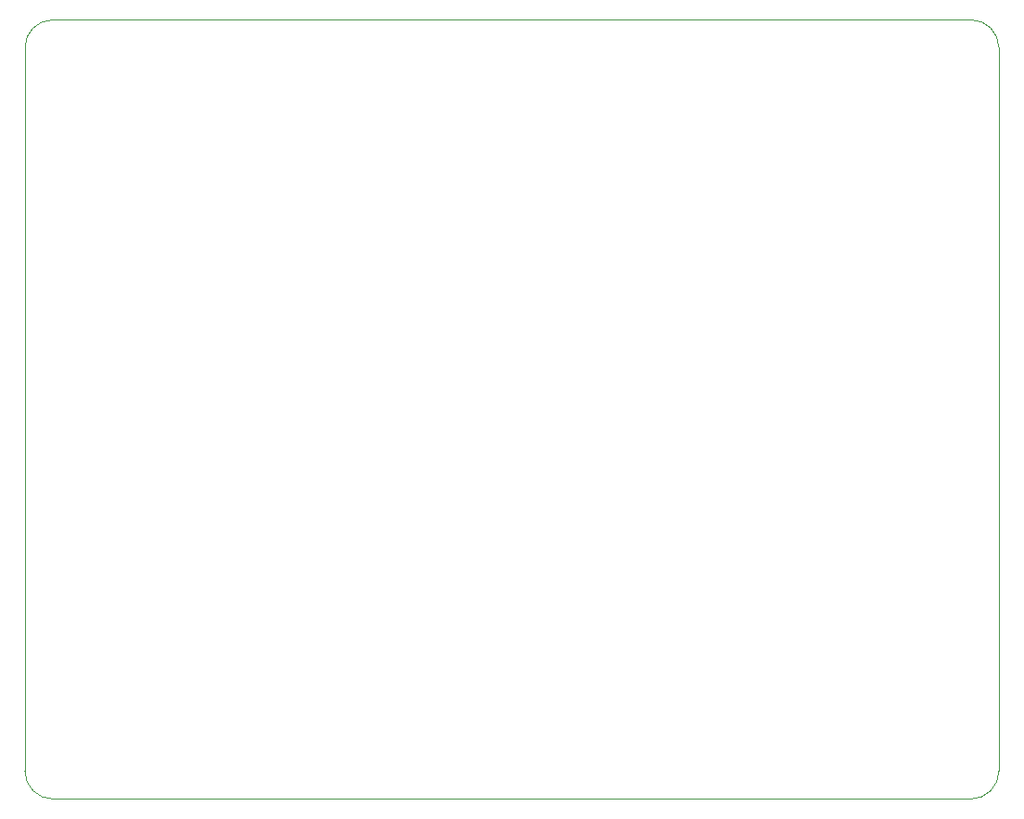
<source format=gbr>
%TF.GenerationSoftware,KiCad,Pcbnew,(6.0.7)*%
%TF.CreationDate,2022-08-09T22:59:13-05:00*%
%TF.ProjectId,garage-door_opener,67617261-6765-42d6-946f-6f725f6f7065,rev?*%
%TF.SameCoordinates,Original*%
%TF.FileFunction,Profile,NP*%
%FSLAX46Y46*%
G04 Gerber Fmt 4.6, Leading zero omitted, Abs format (unit mm)*
G04 Created by KiCad (PCBNEW (6.0.7)) date 2022-08-09 22:59:13*
%MOMM*%
%LPD*%
G01*
G04 APERTURE LIST*
%TA.AperFunction,Profile*%
%ADD10C,0.100000*%
%TD*%
G04 APERTURE END LIST*
D10*
X127000000Y-106680000D02*
G75*
G03*
X129540000Y-109220000I2540000J0D01*
G01*
X215900000Y-40640000D02*
G75*
G03*
X213360000Y-38100000I-2540000J0D01*
G01*
X213360000Y-109220000D02*
G75*
G03*
X215900000Y-106680000I0J2540000D01*
G01*
X129540000Y-109220000D02*
X213360000Y-109220000D01*
X215900000Y-106680000D02*
X215900000Y-40640000D01*
X129540000Y-38100000D02*
G75*
G03*
X127000000Y-40640000I0J-2540000D01*
G01*
X213360000Y-38100000D02*
X129540000Y-38100000D01*
X127000000Y-40640000D02*
X127000000Y-106680000D01*
M02*

</source>
